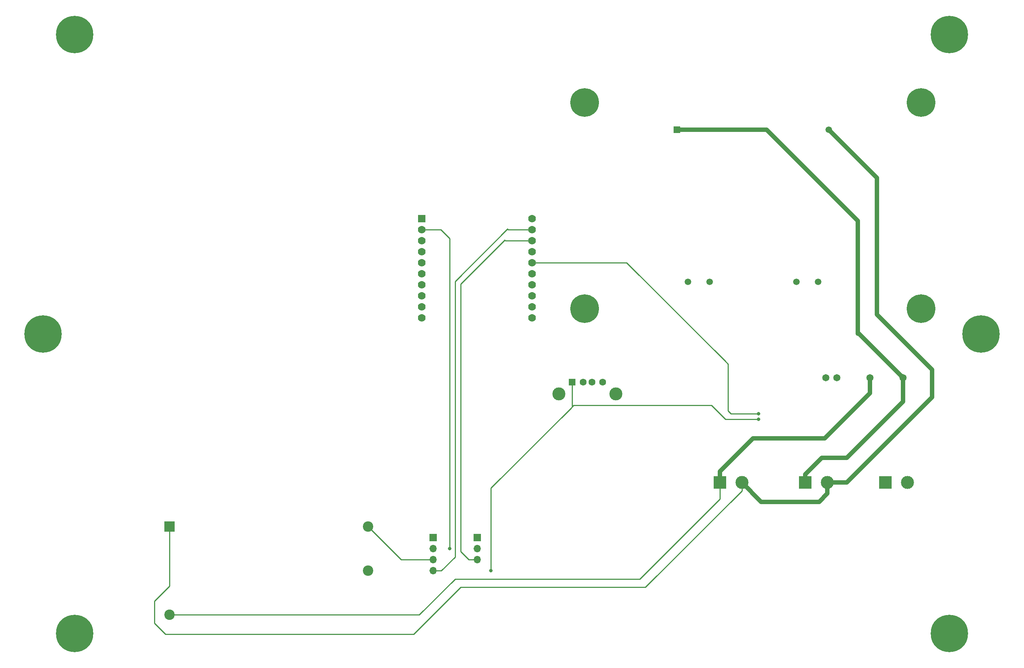
<source format=gbl>
%TF.GenerationSoftware,KiCad,Pcbnew,(6.0.0-0)*%
%TF.CreationDate,2022-10-14T11:13:42+02:00*%
%TF.ProjectId,prototype-1,70726f74-6f74-4797-9065-2d312e6b6963,rev?*%
%TF.SameCoordinates,Original*%
%TF.FileFunction,Copper,L2,Bot*%
%TF.FilePolarity,Positive*%
%FSLAX46Y46*%
G04 Gerber Fmt 4.6, Leading zero omitted, Abs format (unit mm)*
G04 Created by KiCad (PCBNEW (6.0.0-0)) date 2022-10-14 11:13:42*
%MOMM*%
%LPD*%
G01*
G04 APERTURE LIST*
%TA.AperFunction,ComponentPad*%
%ADD10R,3.000000X3.000000*%
%TD*%
%TA.AperFunction,ComponentPad*%
%ADD11C,3.000000*%
%TD*%
%TA.AperFunction,ComponentPad*%
%ADD12R,1.600000X1.500000*%
%TD*%
%TA.AperFunction,ComponentPad*%
%ADD13C,1.600000*%
%TD*%
%TA.AperFunction,ComponentPad*%
%ADD14R,2.400000X2.400000*%
%TD*%
%TA.AperFunction,ComponentPad*%
%ADD15C,2.400000*%
%TD*%
%TA.AperFunction,ComponentPad*%
%ADD16C,0.900000*%
%TD*%
%TA.AperFunction,ComponentPad*%
%ADD17C,8.600000*%
%TD*%
%TA.AperFunction,ComponentPad*%
%ADD18R,1.778000X1.778000*%
%TD*%
%TA.AperFunction,ComponentPad*%
%ADD19C,1.778000*%
%TD*%
%TA.AperFunction,ComponentPad*%
%ADD20R,1.700000X1.700000*%
%TD*%
%TA.AperFunction,ComponentPad*%
%ADD21O,1.700000X1.700000*%
%TD*%
%TA.AperFunction,ComponentPad*%
%ADD22R,1.500000X1.500000*%
%TD*%
%TA.AperFunction,ComponentPad*%
%ADD23C,1.500000*%
%TD*%
%TA.AperFunction,ComponentPad*%
%ADD24C,6.600000*%
%TD*%
%TA.AperFunction,ComponentPad*%
%ADD25C,1.650000*%
%TD*%
%TA.AperFunction,ViaPad*%
%ADD26C,0.800000*%
%TD*%
%TA.AperFunction,Conductor*%
%ADD27C,0.250000*%
%TD*%
%TA.AperFunction,Conductor*%
%ADD28C,1.000000*%
%TD*%
G04 APERTURE END LIST*
D10*
%TO.P,J4,1,Pin_1*%
%TO.N,Net-(J4-Pad1)*%
X193040000Y-124460000D03*
D11*
%TO.P,J4,2,Pin_2*%
%TO.N,Net-(J4-Pad2)*%
X198120000Y-124460000D03*
%TD*%
D12*
%TO.P,J1,1,VBUS*%
%TO.N,+5V*%
X159060000Y-101320000D03*
D13*
%TO.P,J1,2,D-*%
%TO.N,unconnected-(J1-Pad2)*%
X161560000Y-101320000D03*
%TO.P,J1,3,D+*%
%TO.N,unconnected-(J1-Pad3)*%
X163560000Y-101320000D03*
%TO.P,J1,4,GND*%
%TO.N,GND*%
X166060000Y-101320000D03*
D11*
%TO.P,J1,5,Shield*%
X155990000Y-104030000D03*
X169130000Y-104030000D03*
%TD*%
D14*
%TO.P,PS1,1,AC/N*%
%TO.N,Net-(J4-Pad2)*%
X66292500Y-134612500D03*
D15*
%TO.P,PS1,2,AC/L*%
%TO.N,Net-(J4-Pad1)*%
X66292500Y-154932500D03*
%TO.P,PS1,3,-Vo*%
%TO.N,GND*%
X112012500Y-144772500D03*
%TO.P,PS1,4,+Vo*%
%TO.N,+5V*%
X112012500Y-134612500D03*
%TD*%
D16*
%TO.P,REF\u002A\u002A,1*%
%TO.N,N/C*%
X248180419Y-161520419D03*
X245900000Y-162465000D03*
X243619581Y-156959581D03*
D17*
X245900000Y-159240000D03*
D16*
X243619581Y-161520419D03*
X245900000Y-156015000D03*
X249125000Y-159240000D03*
X248180419Y-156959581D03*
X242675000Y-159240000D03*
%TD*%
D10*
%TO.P,J5,1,Pin_1*%
%TO.N,Net-(J5-Pad1)*%
X212725000Y-124460000D03*
D11*
%TO.P,J5,2,Pin_2*%
%TO.N,Net-(J4-Pad2)*%
X217805000Y-124460000D03*
%TD*%
D18*
%TO.P,U1,1,+5V*%
%TO.N,+5V*%
X124420000Y-63630000D03*
D19*
%TO.P,U1,2,+3.3V_(out)*%
%TO.N,+3V3*%
X124420000Y-66170000D03*
%TO.P,U1,3,GND*%
%TO.N,GND*%
X124420000Y-68710000D03*
%TO.P,U1,4,ESP_EN*%
%TO.N,unconnected-(U1-Pad4)*%
X124420000Y-71250000D03*
%TO.P,U1,5,GPIO0*%
%TO.N,unconnected-(U1-Pad5)*%
X124420000Y-73790000D03*
%TO.P,U1,6,GPIO1*%
%TO.N,unconnected-(U1-Pad6)*%
X124420000Y-76330000D03*
%TO.P,U1,7,GPIO2*%
%TO.N,unconnected-(U1-Pad7)*%
X124420000Y-78870000D03*
%TO.P,U1,8,GPIO3*%
%TO.N,unconnected-(U1-Pad8)*%
X124420000Y-81410000D03*
%TO.P,U1,9,GPIO4*%
%TO.N,unconnected-(U1-Pad9)*%
X124420000Y-83950000D03*
%TO.P,U1,10,GPIO5*%
%TO.N,unconnected-(U1-Pad10)*%
X124420000Y-86490000D03*
%TO.P,U1,11,GPIO13*%
%TO.N,unconnected-(U1-Pad11)*%
X149820000Y-86490000D03*
%TO.P,U1,12,GPIO14*%
%TO.N,unconnected-(U1-Pad12)*%
X149820000Y-83950000D03*
%TO.P,U1,13,GPIO15*%
%TO.N,unconnected-(U1-Pad13)*%
X149820000Y-81410000D03*
%TO.P,U1,14,GPIO16*%
%TO.N,unconnected-(U1-Pad14)*%
X149820000Y-78870000D03*
%TO.P,U1,15,GPIO32*%
%TO.N,unconnected-(U1-Pad15)*%
X149820000Y-76330000D03*
%TO.P,U1,16,GPIO33*%
%TO.N,Net-(R2-Pad2)*%
X149820000Y-73790000D03*
%TO.P,U1,17,GPIO34*%
%TO.N,unconnected-(U1-Pad17)*%
X149820000Y-71250000D03*
%TO.P,U1,18,GPIO35*%
%TO.N,Net-(J2-Pad3)*%
X149820000Y-68710000D03*
%TO.P,U1,19,GPIO36*%
%TO.N,Net-(J3-Pad4)*%
X149820000Y-66170000D03*
%TO.P,U1,20,GPIO39*%
%TO.N,unconnected-(U1-Pad20)*%
X149820000Y-63630000D03*
%TD*%
D16*
%TO.P,REF\u002A\u002A,1*%
%TO.N,N/C*%
X46780419Y-161520419D03*
X44500000Y-162465000D03*
X42219581Y-156959581D03*
D17*
X44500000Y-159240000D03*
D16*
X42219581Y-161520419D03*
X44500000Y-156015000D03*
X47725000Y-159240000D03*
X46780419Y-156959581D03*
X41275000Y-159240000D03*
%TD*%
D20*
%TO.P,J3,1,Pin_1*%
%TO.N,GND*%
X127000000Y-137160000D03*
D21*
%TO.P,J3,2,Pin_2*%
X127000000Y-139700000D03*
%TO.P,J3,3,Pin_3*%
%TO.N,+5V*%
X127000000Y-142240000D03*
%TO.P,J3,4,Pin_4*%
%TO.N,Net-(J3-Pad4)*%
X127000000Y-144780000D03*
%TD*%
D16*
%TO.P,REF\u002A\u002A,1*%
%TO.N,N/C*%
X46780419Y-23520419D03*
X44500000Y-24465000D03*
X42219581Y-18959581D03*
D17*
X44500000Y-21240000D03*
D16*
X42219581Y-23520419D03*
X44500000Y-18015000D03*
X47725000Y-21240000D03*
X46780419Y-18959581D03*
X41275000Y-21240000D03*
%TD*%
D10*
%TO.P,J6,1,Pin_1*%
%TO.N,Net-(J6-Pad1)*%
X231140000Y-124460000D03*
D11*
%TO.P,J6,2,Pin_2*%
%TO.N,Net-(J6-Pad2)*%
X236220000Y-124460000D03*
%TD*%
D20*
%TO.P,J2,1,Pin_1*%
%TO.N,GND*%
X137160000Y-137160000D03*
D21*
%TO.P,J2,2,Pin_2*%
%TO.N,+3V3*%
X137160000Y-139700000D03*
%TO.P,J2,3,Pin_3*%
%TO.N,Net-(J2-Pad3)*%
X137160000Y-142240000D03*
%TD*%
D22*
%TO.P,T1,1,AA*%
%TO.N,Net-(J5-Pad1)*%
X183160000Y-43180000D03*
D23*
%TO.P,T1,2,AB*%
%TO.N,Net-(J4-Pad2)*%
X218160000Y-43180000D03*
%TO.P,T1,3,SA*%
%TO.N,Net-(J6-Pad1)*%
X215660000Y-78180000D03*
%TO.P,T1,4,SB*%
%TO.N,Net-(T1-Pad4)*%
X210660000Y-78180000D03*
%TO.P,T1,5,SC*%
X190660000Y-78180000D03*
%TO.P,T1,6,SD*%
%TO.N,Net-(J6-Pad2)*%
X185660000Y-78180000D03*
D24*
%TO.P,T1,MH1*%
%TO.N,N/C*%
X161910000Y-36930000D03*
%TO.P,T1,MH2*%
X239410000Y-36930000D03*
%TO.P,T1,MH3*%
X239410000Y-84430000D03*
%TO.P,T1,MH4*%
X161910000Y-84430000D03*
%TD*%
D16*
%TO.P,REF\u002A\u002A,1*%
%TO.N,N/C*%
X39480419Y-92520419D03*
X37200000Y-93465000D03*
X34919581Y-87959581D03*
D17*
X37200000Y-90240000D03*
D16*
X34919581Y-92520419D03*
X37200000Y-87015000D03*
X40425000Y-90240000D03*
X39480419Y-87959581D03*
X33975000Y-90240000D03*
%TD*%
%TO.P,REF\u002A\u002A,1*%
%TO.N,N/C*%
X255480419Y-92520419D03*
X253200000Y-93465000D03*
X250919581Y-87959581D03*
D17*
X253200000Y-90240000D03*
D16*
X250919581Y-92520419D03*
X253200000Y-87015000D03*
X256425000Y-90240000D03*
X255480419Y-87959581D03*
X249975000Y-90240000D03*
%TD*%
%TO.P,REF\u002A\u002A,1*%
%TO.N,N/C*%
X248180419Y-23520419D03*
X245900000Y-24465000D03*
X243619581Y-18959581D03*
D17*
X245900000Y-21240000D03*
D16*
X243619581Y-23520419D03*
X245900000Y-18015000D03*
X249125000Y-21240000D03*
X248180419Y-18959581D03*
X242675000Y-21240000D03*
%TD*%
D25*
%TO.P,K1,1*%
%TO.N,+5V*%
X217433080Y-100340000D03*
%TO.P,K1,2*%
%TO.N,Net-(D1-Pad1)*%
X219973080Y-100340000D03*
%TO.P,K1,5*%
%TO.N,Net-(J4-Pad1)*%
X227593080Y-100340000D03*
%TO.P,K1,8*%
%TO.N,Net-(J5-Pad1)*%
X235213080Y-100340000D03*
%TD*%
D26*
%TO.N,+5V*%
X201930000Y-109855000D03*
X140335000Y-144780000D03*
%TO.N,+3V3*%
X130810000Y-139700000D03*
%TO.N,Net-(R2-Pad2)*%
X201930000Y-108585000D03*
%TD*%
D27*
%TO.N,+5V*%
X119640000Y-142240000D02*
X112012500Y-134612500D01*
X191135000Y-106680000D02*
X194310000Y-109855000D01*
X159060000Y-101320000D02*
X159060000Y-107005000D01*
X158750000Y-107315000D02*
X140335000Y-125730000D01*
X187960000Y-106680000D02*
X191135000Y-106680000D01*
X140335000Y-125730000D02*
X140335000Y-144780000D01*
X159060000Y-107005000D02*
X158750000Y-107315000D01*
X194310000Y-109855000D02*
X201930000Y-109855000D01*
X159385000Y-106680000D02*
X187960000Y-106680000D01*
X159060000Y-107005000D02*
X159385000Y-106680000D01*
X127000000Y-142240000D02*
X119640000Y-142240000D01*
%TO.N,+3V3*%
X130810000Y-132080000D02*
X130810000Y-68580000D01*
X130810000Y-139700000D02*
X130810000Y-132080000D01*
X130810000Y-68205000D02*
X130810000Y-68580000D01*
X128775000Y-66170000D02*
X130810000Y-68205000D01*
X128775000Y-66170000D02*
X124420000Y-66170000D01*
%TO.N,Net-(J2-Pad3)*%
X143640000Y-68710000D02*
X149820000Y-68710000D01*
X143510000Y-68580000D02*
X143640000Y-68710000D01*
X133350000Y-140335000D02*
X133350000Y-78740000D01*
X137160000Y-142240000D02*
X135255000Y-142240000D01*
X135255000Y-142240000D02*
X133350000Y-140335000D01*
X133350000Y-78740000D02*
X143510000Y-68580000D01*
%TO.N,Net-(J3-Pad4)*%
X144275000Y-66170000D02*
X149820000Y-66170000D01*
X132080000Y-78105000D02*
X144145000Y-66040000D01*
X128905000Y-144780000D02*
X132080000Y-141605000D01*
X132080000Y-141605000D02*
X132080000Y-78105000D01*
X127000000Y-144780000D02*
X128905000Y-144780000D01*
X144145000Y-66040000D02*
X144275000Y-66170000D01*
%TO.N,Net-(J4-Pad1)*%
X193040000Y-128270000D02*
X193040000Y-124460000D01*
D28*
X200660000Y-114300000D02*
X217170000Y-114300000D01*
X227593080Y-103876920D02*
X227593080Y-100340000D01*
X193040000Y-124460000D02*
X193040000Y-121920000D01*
D27*
X123832500Y-154932500D02*
X132080000Y-146685000D01*
D28*
X193040000Y-121920000D02*
X200660000Y-114300000D01*
D27*
X132080000Y-146685000D02*
X174625000Y-146685000D01*
X174625000Y-146685000D02*
X193040000Y-128270000D01*
D28*
X217170000Y-114300000D02*
X227593080Y-103876920D01*
D27*
X66292500Y-154932500D02*
X123832500Y-154932500D01*
%TO.N,Net-(J4-Pad2)*%
X62865000Y-156845000D02*
X65405000Y-159385000D01*
X133350000Y-148590000D02*
X175895000Y-148590000D01*
X66292500Y-134612500D02*
X66292500Y-148337500D01*
X122555000Y-159385000D02*
X133350000Y-148590000D01*
D28*
X215900000Y-128905000D02*
X217805000Y-127000000D01*
X217805000Y-124460000D02*
X222250000Y-124460000D01*
X229235000Y-54255000D02*
X218160000Y-43180000D01*
X202565000Y-128905000D02*
X215900000Y-128905000D01*
D27*
X65405000Y-159385000D02*
X122555000Y-159385000D01*
X198120000Y-125730000D02*
X198120000Y-124460000D01*
D28*
X217805000Y-127000000D02*
X217805000Y-124460000D01*
X222250000Y-124460000D02*
X241935000Y-104775000D01*
X241935000Y-98425000D02*
X229235000Y-85725000D01*
X241935000Y-104775000D02*
X241935000Y-98425000D01*
D27*
X175895000Y-148590000D02*
X198120000Y-126365000D01*
X66292500Y-148337500D02*
X62865000Y-151765000D01*
D28*
X229235000Y-85725000D02*
X229235000Y-54255000D01*
D27*
X62865000Y-151765000D02*
X62865000Y-156845000D01*
X198120000Y-126365000D02*
X198120000Y-125730000D01*
D28*
X198120000Y-124460000D02*
X202565000Y-128905000D01*
%TO.N,Net-(J5-Pad1)*%
X222250000Y-118745000D02*
X216535000Y-118745000D01*
X235213080Y-100340000D02*
X235213080Y-105781920D01*
X203835000Y-43180000D02*
X183160000Y-43180000D01*
X225043080Y-90170000D02*
X224790000Y-90170000D01*
X235213080Y-100340000D02*
X225043080Y-90170000D01*
X224790000Y-64135000D02*
X203835000Y-43180000D01*
X235213080Y-105781920D02*
X222250000Y-118745000D01*
X216535000Y-118745000D02*
X212725000Y-122555000D01*
X212725000Y-122555000D02*
X212725000Y-124460000D01*
X224790000Y-90170000D02*
X224790000Y-64135000D01*
D27*
%TO.N,Net-(R2-Pad2)*%
X195580000Y-108585000D02*
X201930000Y-108585000D01*
X194945000Y-107315000D02*
X194945000Y-107950000D01*
X171580000Y-73790000D02*
X194310000Y-96520000D01*
X149820000Y-73790000D02*
X171580000Y-73790000D01*
X194945000Y-107950000D02*
X195580000Y-108585000D01*
X194310000Y-96520000D02*
X194945000Y-97155000D01*
X194945000Y-97155000D02*
X194945000Y-107315000D01*
%TD*%
M02*

</source>
